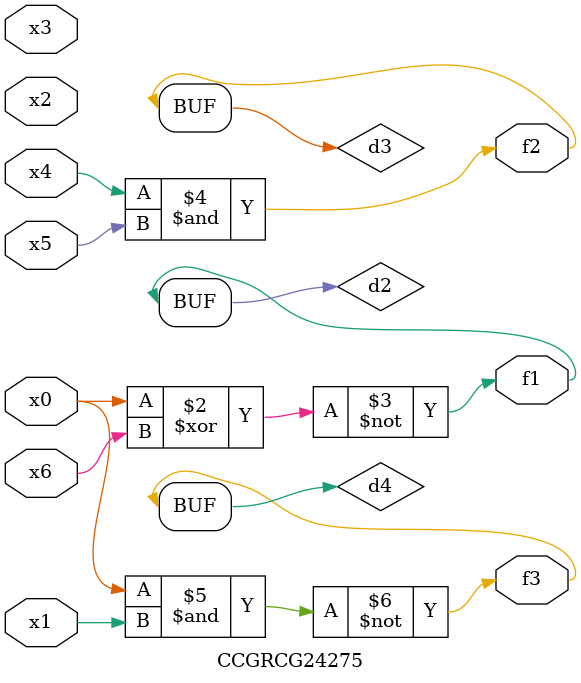
<source format=v>
module CCGRCG24275(
	input x0, x1, x2, x3, x4, x5, x6,
	output f1, f2, f3
);

	wire d1, d2, d3, d4;

	nor (d1, x0);
	xnor (d2, x0, x6);
	and (d3, x4, x5);
	nand (d4, x0, x1);
	assign f1 = d2;
	assign f2 = d3;
	assign f3 = d4;
endmodule

</source>
